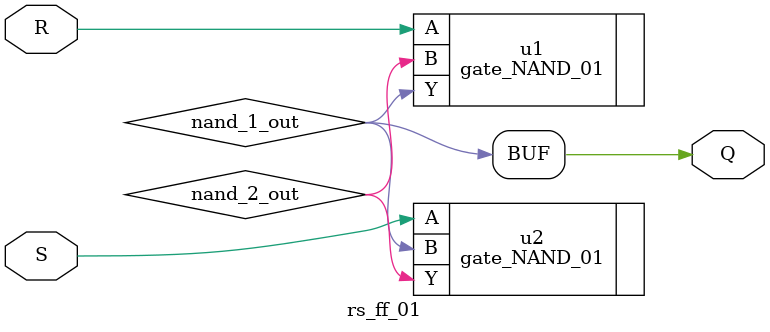
<source format=v>
/*
 RS FF
*/

`default_nettype none
`include "gate_NAND_01.v"

/* verilator lint_off UNOPTFLAT */
module rs_ff_01(input R,
 input S,
  output Q
  //output Q_n
  );

 /* 
  // Define signals
  wire nand_1_out, nand_2_out;
  
  // Implement RS flip-flop using NAND gates
 
 gate_NAND_01 u1 (.A(R), .B(nand_2_out), .Y(nand_1_out));
 gate_NAND_01 u2 (.A(S), .B(nand_1_out), .Y(nand_2_out));

  always @*
  begin
    assign Q = nand_1_out;
    assign Q_n = nand_2_out;   
  end
*/




/*
// Internal signals

wire nand_S, nand_R;

// Connect NAND gates

assign nand_S = ~(S & Q_n);
assign nand_R = ~(R & Q);
assign Q = nand_S;
assign Q_n = nand_R;


// Output Q and Q_bar
always @* begin
    Q = nand_S;
    Q_n = nand_R;
end
*/

// Define signals

 wire nand_1_out, nand_2_out;
 gate_NAND_01 u1 (.A(R), .B(nand_2_out), .Y(nand_1_out));
 gate_NAND_01 u2 (.A(S), .B(nand_1_out), .Y(nand_2_out));
 assign Q = nand_1_out;
 //assign Q_n = nand_2_out;


endmodule
/* verilator lint_on UNOPTFLAT */
 `default_nettype wire 
  

</source>
